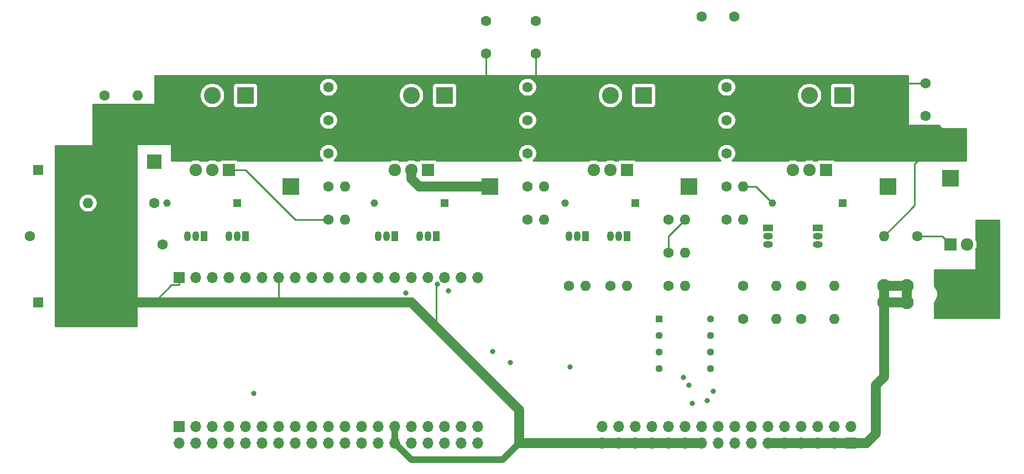
<source format=gbr>
%TF.GenerationSoftware,KiCad,Pcbnew,(5.1.9)-1*%
%TF.CreationDate,2021-11-16T17:59:31-08:00*%
%TF.ProjectId,MakeItRain,4d616b65-4974-4526-9169-6e2e6b696361,rev?*%
%TF.SameCoordinates,Original*%
%TF.FileFunction,Copper,L4,Bot*%
%TF.FilePolarity,Positive*%
%FSLAX46Y46*%
G04 Gerber Fmt 4.6, Leading zero omitted, Abs format (unit mm)*
G04 Created by KiCad (PCBNEW (5.1.9)-1) date 2021-11-16 17:59:31*
%MOMM*%
%LPD*%
G01*
G04 APERTURE LIST*
%TA.AperFunction,ComponentPad*%
%ADD10C,1.150000*%
%TD*%
%TA.AperFunction,ComponentPad*%
%ADD11R,1.150000X1.150000*%
%TD*%
%TA.AperFunction,ComponentPad*%
%ADD12C,1.600000*%
%TD*%
%TA.AperFunction,ComponentPad*%
%ADD13C,2.600000*%
%TD*%
%TA.AperFunction,ComponentPad*%
%ADD14R,2.600000X2.600000*%
%TD*%
%TA.AperFunction,ComponentPad*%
%ADD15O,1.700000X1.700000*%
%TD*%
%TA.AperFunction,ComponentPad*%
%ADD16R,1.700000X1.700000*%
%TD*%
%TA.AperFunction,ComponentPad*%
%ADD17O,1.600000X1.600000*%
%TD*%
%TA.AperFunction,ComponentPad*%
%ADD18C,2.100000*%
%TD*%
%TA.AperFunction,ComponentPad*%
%ADD19C,1.920000*%
%TD*%
%TA.AperFunction,ComponentPad*%
%ADD20R,1.920000X1.920000*%
%TD*%
%TA.AperFunction,ComponentPad*%
%ADD21R,1.050000X1.500000*%
%TD*%
%TA.AperFunction,ComponentPad*%
%ADD22O,1.050000X1.500000*%
%TD*%
%TA.AperFunction,ComponentPad*%
%ADD23R,1.500000X1.050000*%
%TD*%
%TA.AperFunction,ComponentPad*%
%ADD24O,1.500000X1.050000*%
%TD*%
%TA.AperFunction,ComponentPad*%
%ADD25C,1.130000*%
%TD*%
%TA.AperFunction,ComponentPad*%
%ADD26R,1.130000X1.130000*%
%TD*%
%TA.AperFunction,ComponentPad*%
%ADD27O,2.200000X2.200000*%
%TD*%
%TA.AperFunction,ComponentPad*%
%ADD28R,2.200000X2.200000*%
%TD*%
%TA.AperFunction,ComponentPad*%
%ADD29O,2.600000X2.600000*%
%TD*%
%TA.AperFunction,ComponentPad*%
%ADD30R,1.600000X1.600000*%
%TD*%
%TA.AperFunction,ViaPad*%
%ADD31C,0.800000*%
%TD*%
%TA.AperFunction,Conductor*%
%ADD32C,0.250000*%
%TD*%
%TA.AperFunction,Conductor*%
%ADD33C,1.524000*%
%TD*%
%TA.AperFunction,Conductor*%
%ADD34C,1.016000*%
%TD*%
%TA.AperFunction,Conductor*%
%ADD35C,0.254000*%
%TD*%
%TA.AperFunction,Conductor*%
%ADD36C,0.100000*%
%TD*%
G04 APERTURE END LIST*
D10*
%TO.P,Z8,2*%
%TO.N,Net-(Q13-Pad1)*%
X125190000Y-86360000D03*
D11*
%TO.P,Z8,1*%
%TO.N,+VDC*%
X135890000Y-86360000D03*
%TD*%
D10*
%TO.P,Z7,2*%
%TO.N,Net-(Q10-Pad1)*%
X156940000Y-86360000D03*
D11*
%TO.P,Z7,1*%
%TO.N,+VDC*%
X167640000Y-86360000D03*
%TD*%
D10*
%TO.P,Z6,2*%
%TO.N,Net-(Q7-Pad1)*%
X95980000Y-86360000D03*
D11*
%TO.P,Z6,1*%
%TO.N,+VDC*%
X106680000Y-86360000D03*
%TD*%
D10*
%TO.P,Z5,2*%
%TO.N,Net-(Q4-Pad1)*%
X64230000Y-86360000D03*
D11*
%TO.P,Z5,1*%
%TO.N,+VDC*%
X74930000Y-86360000D03*
%TD*%
D12*
%TO.P,C8,2*%
%TO.N,GND*%
X151050000Y-57785000D03*
%TO.P,C8,1*%
%TO.N,/Zone3IO/ZoneInput*%
X146050000Y-57785000D03*
%TD*%
%TO.P,C7,2*%
%TO.N,GND*%
X180340000Y-68025000D03*
%TO.P,C7,1*%
%TO.N,/Zone4IO/ZoneInput*%
X180340000Y-73025000D03*
%TD*%
%TO.P,C6,2*%
%TO.N,GND*%
X120650000Y-63420000D03*
%TO.P,C6,1*%
%TO.N,/Zone2IO/ZoneInput*%
X120650000Y-58420000D03*
%TD*%
%TO.P,C5,2*%
%TO.N,GND*%
X113030000Y-63420000D03*
%TO.P,C5,1*%
%TO.N,/Zone1IO/ZoneInput*%
X113030000Y-58420000D03*
%TD*%
D13*
%TO.P,P1,2*%
%TO.N,GND*%
X184150000Y-77470000D03*
D14*
%TO.P,P1,1*%
%TO.N,Net-(P1-Pad1)*%
X184150000Y-82550000D03*
%TD*%
D15*
%TO.P,J1,32*%
%TO.N,/D2*%
X130810000Y-120650000D03*
%TO.P,J1,31*%
%TO.N,GND*%
X130810000Y-123190000D03*
%TO.P,J1,30*%
%TO.N,/D23*%
X133350000Y-120650000D03*
%TO.P,J1,29*%
%TO.N,GND*%
X133350000Y-123190000D03*
%TO.P,J1,28*%
%TO.N,/D5*%
X135890000Y-120650000D03*
%TO.P,J1,27*%
%TO.N,GND*%
X135890000Y-123190000D03*
%TO.P,J1,26*%
%TO.N,/D15*%
X138430000Y-120650000D03*
%TO.P,J1,25*%
%TO.N,GND*%
X138430000Y-123190000D03*
%TO.P,J1,24*%
%TO.N,/D0*%
X140970000Y-120650000D03*
%TO.P,J1,23*%
%TO.N,GND*%
X140970000Y-123190000D03*
%TO.P,J1,22*%
%TO.N,/D4*%
X143510000Y-120650000D03*
%TO.P,J1,21*%
%TO.N,GND*%
X143510000Y-123190000D03*
%TO.P,J1,20*%
%TO.N,/D16*%
X146050000Y-120650000D03*
%TO.P,J1,19*%
%TO.N,GND*%
X146050000Y-123190000D03*
%TO.P,J1,18*%
%TO.N,/D18*%
X148590000Y-120650000D03*
%TO.P,J1,17*%
%TO.N,/TX*%
X148590000Y-123190000D03*
%TO.P,J1,16*%
%TO.N,/D26*%
X151130000Y-120650000D03*
%TO.P,J1,15*%
%TO.N,/RX*%
X151130000Y-123190000D03*
%TO.P,J1,14*%
%TO.N,/D19*%
X153670000Y-120650000D03*
%TO.P,J1,13*%
%TO.N,/D17*%
X153670000Y-123190000D03*
%TO.P,J1,12*%
%TO.N,/D25*%
X156210000Y-120650000D03*
%TO.P,J1,11*%
%TO.N,+VDC*%
X156210000Y-123190000D03*
%TO.P,J1,10*%
%TO.N,/D21*%
X158750000Y-120650000D03*
%TO.P,J1,9*%
%TO.N,+VDC*%
X158750000Y-123190000D03*
%TO.P,J1,8*%
%TO.N,/D33*%
X161290000Y-120650000D03*
%TO.P,J1,7*%
%TO.N,+VDC*%
X161290000Y-123190000D03*
%TO.P,J1,6*%
%TO.N,/D22*%
X163830000Y-120650000D03*
%TO.P,J1,5*%
%TO.N,+VDC*%
X163830000Y-123190000D03*
%TO.P,J1,4*%
%TO.N,/D32*%
X166370000Y-120650000D03*
%TO.P,J1,3*%
%TO.N,+VDC*%
X166370000Y-123190000D03*
%TO.P,J1,2*%
%TO.N,+3V3*%
X168910000Y-120650000D03*
D16*
%TO.P,J1,1*%
%TO.N,+VDC*%
X168910000Y-123190000D03*
%TD*%
D17*
%TO.P,R2,2*%
%TO.N,GND*%
X157480000Y-99060000D03*
D12*
%TO.P,R2,1*%
%TO.N,/D2*%
X152400000Y-99060000D03*
%TD*%
D13*
%TO.P,Z4,3*%
%TO.N,GND*%
X157480000Y-69850000D03*
%TO.P,Z4,2*%
%TO.N,/Zone4IO/ZoneOutput*%
X162560000Y-69850000D03*
D14*
%TO.P,Z4,1*%
%TO.N,/Zone4IO/ZoneInput*%
X167640000Y-69850000D03*
%TD*%
D13*
%TO.P,Z3,3*%
%TO.N,GND*%
X127000000Y-69850000D03*
%TO.P,Z3,2*%
%TO.N,/Zone3IO/ZoneOutput*%
X132080000Y-69850000D03*
D14*
%TO.P,Z3,1*%
%TO.N,/Zone3IO/ZoneInput*%
X137160000Y-69850000D03*
%TD*%
D13*
%TO.P,Z2,3*%
%TO.N,GND*%
X96520000Y-69850000D03*
%TO.P,Z2,2*%
%TO.N,/Zone2IO/ZoneOutput*%
X101600000Y-69850000D03*
D14*
%TO.P,Z2,1*%
%TO.N,/Zone2IO/ZoneInput*%
X106680000Y-69850000D03*
%TD*%
D13*
%TO.P,Z1,3*%
%TO.N,GND*%
X66040000Y-69850000D03*
%TO.P,Z1,2*%
%TO.N,/Zone1IO/ZoneOutput*%
X71120000Y-69850000D03*
D14*
%TO.P,Z1,1*%
%TO.N,/Zone1IO/ZoneInput*%
X76200000Y-69850000D03*
%TD*%
D18*
%TO.P,U1,8*%
%TO.N,+VDC*%
X173990000Y-99100000D03*
%TO.P,U1,7*%
X177490000Y-99100000D03*
%TO.P,U1,6*%
%TO.N,Net-(Q1-Pad3)*%
X183290000Y-99100000D03*
%TO.P,U1,5*%
X186790000Y-99100000D03*
%TO.P,U1,4*%
X186790000Y-101600000D03*
%TO.P,U1,3*%
X183290000Y-101600000D03*
%TO.P,U1,2*%
%TO.N,+VDC*%
X177490000Y-101600000D03*
%TO.P,U1,1*%
X173990000Y-101600000D03*
%TD*%
D17*
%TO.P,R6,2*%
%TO.N,Net-(IC2-Pad1)*%
X59690000Y-69850000D03*
D12*
%TO.P,R6,1*%
%TO.N,+VDC*%
X54610000Y-69850000D03*
%TD*%
D17*
%TO.P,R26,2*%
%TO.N,Net-(Q12-Pad3)*%
X143510000Y-93980000D03*
D12*
%TO.P,R26,1*%
%TO.N,Net-(Q13-Pad1)*%
X140970000Y-93980000D03*
%TD*%
D17*
%TO.P,R25,2*%
%TO.N,Net-(Q13-Pad1)*%
X143510000Y-88900000D03*
D12*
%TO.P,R25,1*%
%TO.N,+VDC*%
X140970000Y-88900000D03*
%TD*%
D17*
%TO.P,R24,2*%
%TO.N,GND*%
X128270000Y-99060000D03*
D12*
%TO.P,R24,1*%
%TO.N,/D12*%
X125730000Y-99060000D03*
%TD*%
D17*
%TO.P,R21,2*%
%TO.N,Net-(Q9-Pad3)*%
X152400000Y-88900000D03*
D12*
%TO.P,R21,1*%
%TO.N,Net-(Q10-Pad1)*%
X149860000Y-88900000D03*
%TD*%
D17*
%TO.P,R5,2*%
%TO.N,GND*%
X157480000Y-104140000D03*
D12*
%TO.P,R5,1*%
%TO.N,/D4*%
X152400000Y-104140000D03*
%TD*%
D17*
%TO.P,R4,2*%
%TO.N,GND*%
X166370000Y-104140000D03*
D12*
%TO.P,R4,1*%
%TO.N,Net-(IC1-Pad3)*%
X161290000Y-104140000D03*
%TD*%
D17*
%TO.P,R3,2*%
%TO.N,Net-(IC1-Pad3)*%
X166370000Y-99060000D03*
D12*
%TO.P,R3,1*%
%TO.N,+VDC*%
X161290000Y-99060000D03*
%TD*%
D17*
%TO.P,R20,2*%
%TO.N,Net-(Q10-Pad1)*%
X152400000Y-83820000D03*
D12*
%TO.P,R20,1*%
%TO.N,+VDC*%
X149860000Y-83820000D03*
%TD*%
D17*
%TO.P,R19,2*%
%TO.N,GND*%
X152400000Y-78740000D03*
D12*
%TO.P,R19,1*%
%TO.N,/P23*%
X149860000Y-78740000D03*
%TD*%
D17*
%TO.P,R16,2*%
%TO.N,Net-(Q6-Pad3)*%
X121920000Y-88900000D03*
D12*
%TO.P,R16,1*%
%TO.N,Net-(Q7-Pad1)*%
X119380000Y-88900000D03*
%TD*%
D17*
%TO.P,R15,2*%
%TO.N,Net-(Q7-Pad1)*%
X121920000Y-83820000D03*
D12*
%TO.P,R15,1*%
%TO.N,+VDC*%
X119380000Y-83820000D03*
%TD*%
D17*
%TO.P,R18,2*%
%TO.N,GND*%
X152400000Y-73660000D03*
D12*
%TO.P,R18,1*%
%TO.N,/D35*%
X149860000Y-73660000D03*
%TD*%
D17*
%TO.P,R14,2*%
%TO.N,GND*%
X121920000Y-78740000D03*
D12*
%TO.P,R14,1*%
%TO.N,/D14*%
X119380000Y-78740000D03*
%TD*%
D17*
%TO.P,R17,2*%
%TO.N,GND*%
X152400000Y-68580000D03*
D12*
%TO.P,R17,1*%
%TO.N,/Zone4IO/ZoneInput*%
X149860000Y-68580000D03*
%TD*%
D17*
%TO.P,R23,2*%
%TO.N,GND*%
X134620000Y-99060000D03*
D12*
%TO.P,R23,1*%
%TO.N,/D34*%
X132080000Y-99060000D03*
%TD*%
D17*
%TO.P,R11,2*%
%TO.N,Net-(Q3-Pad3)*%
X91440000Y-88900000D03*
D12*
%TO.P,R11,1*%
%TO.N,Net-(Q4-Pad1)*%
X88900000Y-88900000D03*
%TD*%
D17*
%TO.P,R22,2*%
%TO.N,GND*%
X143510000Y-99060000D03*
D12*
%TO.P,R22,1*%
%TO.N,/Zone3IO/ZoneInput*%
X140970000Y-99060000D03*
%TD*%
D17*
%TO.P,R13,2*%
%TO.N,GND*%
X121920000Y-73660000D03*
D12*
%TO.P,R13,1*%
%TO.N,/SVN*%
X119380000Y-73660000D03*
%TD*%
D17*
%TO.P,R10,2*%
%TO.N,Net-(Q4-Pad1)*%
X91440000Y-83820000D03*
D12*
%TO.P,R10,1*%
%TO.N,+VDC*%
X88900000Y-83820000D03*
%TD*%
D17*
%TO.P,R12,2*%
%TO.N,GND*%
X121920000Y-68580000D03*
D12*
%TO.P,R12,1*%
%TO.N,/Zone2IO/ZoneInput*%
X119380000Y-68580000D03*
%TD*%
D17*
%TO.P,R8,2*%
%TO.N,GND*%
X91440000Y-73660000D03*
D12*
%TO.P,R8,1*%
%TO.N,/SVP*%
X88900000Y-73660000D03*
%TD*%
D17*
%TO.P,R9,2*%
%TO.N,GND*%
X91440000Y-78740000D03*
D12*
%TO.P,R9,1*%
%TO.N,/D27*%
X88900000Y-78740000D03*
%TD*%
D17*
%TO.P,R7,2*%
%TO.N,GND*%
X91440000Y-68580000D03*
D12*
%TO.P,R7,1*%
%TO.N,/Zone1IO/ZoneInput*%
X88900000Y-68580000D03*
%TD*%
D17*
%TO.P,R1,2*%
%TO.N,GND*%
X173990000Y-91440000D03*
D12*
%TO.P,R1,1*%
%TO.N,Net-(Q1-Pad1)*%
X179070000Y-91440000D03*
%TD*%
D19*
%TO.P,Q13,3*%
%TO.N,+VDC*%
X129540000Y-81280000D03*
%TO.P,Q13,2*%
%TO.N,/Zone3IO/ZoneOutput*%
X132080000Y-81280000D03*
D20*
%TO.P,Q13,1*%
%TO.N,Net-(Q13-Pad1)*%
X134620000Y-81280000D03*
%TD*%
D21*
%TO.P,Q12,1*%
%TO.N,GND*%
X128270000Y-91440000D03*
D22*
%TO.P,Q12,3*%
%TO.N,Net-(Q12-Pad3)*%
X125730000Y-91440000D03*
%TO.P,Q12,2*%
%TO.N,/D12*%
X127000000Y-91440000D03*
%TD*%
D19*
%TO.P,Q10,3*%
%TO.N,+VDC*%
X160020000Y-81280000D03*
%TO.P,Q10,2*%
%TO.N,/Zone4IO/ZoneOutput*%
X162560000Y-81280000D03*
D20*
%TO.P,Q10,1*%
%TO.N,Net-(Q10-Pad1)*%
X165100000Y-81280000D03*
%TD*%
D23*
%TO.P,Q9,1*%
%TO.N,GND*%
X156210000Y-90170000D03*
D24*
%TO.P,Q9,3*%
%TO.N,Net-(Q9-Pad3)*%
X156210000Y-92710000D03*
%TO.P,Q9,2*%
%TO.N,/P23*%
X156210000Y-91440000D03*
%TD*%
D23*
%TO.P,Q8,1*%
%TO.N,/D35*%
X163830000Y-90170000D03*
D24*
%TO.P,Q8,3*%
%TO.N,+3V3*%
X163830000Y-92710000D03*
%TO.P,Q8,2*%
%TO.N,/Zone4IO/ZoneInput*%
X163830000Y-91440000D03*
%TD*%
D19*
%TO.P,Q7,3*%
%TO.N,+VDC*%
X99060000Y-81280000D03*
%TO.P,Q7,2*%
%TO.N,/Zone2IO/ZoneOutput*%
X101600000Y-81280000D03*
D20*
%TO.P,Q7,1*%
%TO.N,Net-(Q7-Pad1)*%
X104140000Y-81280000D03*
%TD*%
D21*
%TO.P,Q11,1*%
%TO.N,/D34*%
X134620000Y-91440000D03*
D22*
%TO.P,Q11,3*%
%TO.N,+3V3*%
X132080000Y-91440000D03*
%TO.P,Q11,2*%
%TO.N,/Zone3IO/ZoneInput*%
X133350000Y-91440000D03*
%TD*%
D21*
%TO.P,Q6,1*%
%TO.N,GND*%
X105410000Y-91440000D03*
D22*
%TO.P,Q6,3*%
%TO.N,Net-(Q6-Pad3)*%
X102870000Y-91440000D03*
%TO.P,Q6,2*%
%TO.N,/D14*%
X104140000Y-91440000D03*
%TD*%
D21*
%TO.P,Q5,1*%
%TO.N,/SVN*%
X99060000Y-91440000D03*
D22*
%TO.P,Q5,3*%
%TO.N,+3V3*%
X96520000Y-91440000D03*
%TO.P,Q5,2*%
%TO.N,/Zone2IO/ZoneInput*%
X97790000Y-91440000D03*
%TD*%
D19*
%TO.P,Q4,3*%
%TO.N,+VDC*%
X68580000Y-81280000D03*
%TO.P,Q4,2*%
%TO.N,/Zone1IO/ZoneOutput*%
X71120000Y-81280000D03*
D20*
%TO.P,Q4,1*%
%TO.N,Net-(Q4-Pad1)*%
X73660000Y-81280000D03*
%TD*%
D21*
%TO.P,Q2,1*%
%TO.N,/SVP*%
X69850000Y-91440000D03*
D22*
%TO.P,Q2,3*%
%TO.N,+3V3*%
X67310000Y-91440000D03*
%TO.P,Q2,2*%
%TO.N,/Zone1IO/ZoneInput*%
X68580000Y-91440000D03*
%TD*%
D21*
%TO.P,Q3,1*%
%TO.N,GND*%
X76200000Y-91440000D03*
D22*
%TO.P,Q3,3*%
%TO.N,Net-(Q3-Pad3)*%
X73660000Y-91440000D03*
%TO.P,Q3,2*%
%TO.N,/D27*%
X74930000Y-91440000D03*
%TD*%
D19*
%TO.P,Q1,3*%
%TO.N,Net-(Q1-Pad3)*%
X189230000Y-92710000D03*
%TO.P,Q1,2*%
%TO.N,Net-(P1-Pad1)*%
X186690000Y-92710000D03*
D20*
%TO.P,Q1,1*%
%TO.N,Net-(Q1-Pad1)*%
X184150000Y-92710000D03*
%TD*%
D17*
%TO.P,L1,2*%
%TO.N,+5V*%
X52070000Y-86360000D03*
D12*
%TO.P,L1,1*%
%TO.N,Net-(D1-Pad1)*%
X62230000Y-86360000D03*
%TD*%
D15*
%TO.P,J3,19*%
%TO.N,N/C*%
X111760000Y-97790000D03*
%TO.P,J3,18*%
X109220000Y-97790000D03*
%TO.P,J3,17*%
X106680000Y-97790000D03*
%TO.P,J3,16*%
%TO.N,/D15*%
X104140000Y-97790000D03*
%TO.P,J3,15*%
%TO.N,/D2*%
X101600000Y-97790000D03*
%TO.P,J3,14*%
%TO.N,/D0*%
X99060000Y-97790000D03*
%TO.P,J3,13*%
%TO.N,/D4*%
X96520000Y-97790000D03*
%TO.P,J3,12*%
%TO.N,/D16*%
X93980000Y-97790000D03*
%TO.P,J3,11*%
%TO.N,/D17*%
X91440000Y-97790000D03*
%TO.P,J3,10*%
%TO.N,/D5*%
X88900000Y-97790000D03*
%TO.P,J3,9*%
%TO.N,/D18*%
X86360000Y-97790000D03*
%TO.P,J3,8*%
%TO.N,/D19*%
X83820000Y-97790000D03*
%TO.P,J3,7*%
%TO.N,GND*%
X81280000Y-97790000D03*
%TO.P,J3,6*%
%TO.N,/D21*%
X78740000Y-97790000D03*
%TO.P,J3,5*%
%TO.N,/RX*%
X76200000Y-97790000D03*
%TO.P,J3,4*%
%TO.N,/TX*%
X73660000Y-97790000D03*
%TO.P,J3,3*%
%TO.N,/D22*%
X71120000Y-97790000D03*
%TO.P,J3,2*%
%TO.N,/D23*%
X68580000Y-97790000D03*
D16*
%TO.P,J3,1*%
%TO.N,GND*%
X66040000Y-97790000D03*
%TD*%
D15*
%TO.P,J2,38*%
%TO.N,+5V*%
X111760000Y-123190000D03*
%TO.P,J2,37*%
X111760000Y-120650000D03*
%TO.P,J2,36*%
%TO.N,N/C*%
X109220000Y-123190000D03*
%TO.P,J2,35*%
X109220000Y-120650000D03*
%TO.P,J2,34*%
%TO.N,/SD3*%
X106680000Y-123190000D03*
%TO.P,J2,33*%
X106680000Y-120650000D03*
%TO.P,J2,32*%
%TO.N,/SD2*%
X104140000Y-123190000D03*
%TO.P,J2,31*%
X104140000Y-120650000D03*
%TO.P,J2,30*%
%TO.N,/D13*%
X101600000Y-123190000D03*
%TO.P,J2,29*%
X101600000Y-120650000D03*
%TO.P,J2,28*%
%TO.N,GND*%
X99060000Y-123190000D03*
%TO.P,J2,27*%
X99060000Y-120650000D03*
%TO.P,J2,26*%
%TO.N,/D12*%
X96520000Y-123190000D03*
%TO.P,J2,25*%
X96520000Y-120650000D03*
%TO.P,J2,24*%
%TO.N,/D14*%
X93980000Y-123190000D03*
%TO.P,J2,23*%
X93980000Y-120650000D03*
%TO.P,J2,22*%
%TO.N,/D27*%
X91440000Y-123190000D03*
%TO.P,J2,21*%
X91440000Y-120650000D03*
%TO.P,J2,20*%
%TO.N,/D26*%
X88900000Y-123190000D03*
%TO.P,J2,19*%
X88900000Y-120650000D03*
%TO.P,J2,18*%
%TO.N,/D25*%
X86360000Y-123190000D03*
%TO.P,J2,17*%
X86360000Y-120650000D03*
%TO.P,J2,16*%
%TO.N,/D33*%
X83820000Y-123190000D03*
%TO.P,J2,15*%
X83820000Y-120650000D03*
%TO.P,J2,14*%
%TO.N,/D32*%
X81280000Y-123190000D03*
%TO.P,J2,13*%
X81280000Y-120650000D03*
%TO.P,J2,12*%
%TO.N,/D35*%
X78740000Y-123190000D03*
%TO.P,J2,11*%
X78740000Y-120650000D03*
%TO.P,J2,10*%
%TO.N,/D34*%
X76200000Y-123190000D03*
%TO.P,J2,9*%
X76200000Y-120650000D03*
%TO.P,J2,8*%
%TO.N,/SVN*%
X73660000Y-123190000D03*
%TO.P,J2,7*%
X73660000Y-120650000D03*
%TO.P,J2,6*%
%TO.N,/SVP*%
X71120000Y-123190000D03*
%TO.P,J2,5*%
X71120000Y-120650000D03*
%TO.P,J2,4*%
%TO.N,/EN*%
X68580000Y-123190000D03*
%TO.P,J2,3*%
X68580000Y-120650000D03*
%TO.P,J2,2*%
%TO.N,+3V3*%
X66040000Y-123190000D03*
D16*
%TO.P,J2,1*%
X66040000Y-120650000D03*
%TD*%
D25*
%TO.P,IC1,8*%
%TO.N,+3V3*%
X147480000Y-104140000D03*
%TO.P,IC1,7*%
%TO.N,N/C*%
X147480000Y-106680000D03*
%TO.P,IC1,6*%
X147480000Y-109220000D03*
%TO.P,IC1,5*%
X147480000Y-111760000D03*
%TO.P,IC1,4*%
%TO.N,GND*%
X139540000Y-111760000D03*
%TO.P,IC1,3*%
%TO.N,Net-(IC1-Pad3)*%
X139540000Y-109220000D03*
%TO.P,IC1,2*%
%TO.N,/D4*%
X139540000Y-106680000D03*
D26*
%TO.P,IC1,1*%
X139540000Y-104140000D03*
%TD*%
D27*
%TO.P,D1,2*%
%TO.N,GND*%
X52070000Y-80010000D03*
D28*
%TO.P,D1,1*%
%TO.N,Net-(D1-Pad1)*%
X62230000Y-80010000D03*
%TD*%
D29*
%TO.P,D9,2*%
%TO.N,GND*%
X144145000Y-68580000D03*
D14*
%TO.P,D9,1*%
%TO.N,/Zone3IO/ZoneOutput*%
X144145000Y-83820000D03*
%TD*%
D29*
%TO.P,D7,2*%
%TO.N,GND*%
X174625000Y-68580000D03*
D14*
%TO.P,D7,1*%
%TO.N,/Zone4IO/ZoneOutput*%
X174625000Y-83820000D03*
%TD*%
D29*
%TO.P,D5,2*%
%TO.N,GND*%
X113665000Y-68580000D03*
D14*
%TO.P,D5,1*%
%TO.N,/Zone2IO/ZoneOutput*%
X113665000Y-83820000D03*
%TD*%
D29*
%TO.P,D3,2*%
%TO.N,GND*%
X83185000Y-68580000D03*
D14*
%TO.P,D3,1*%
%TO.N,/Zone1IO/ZoneOutput*%
X83185000Y-83820000D03*
%TD*%
D12*
%TO.P,C4,2*%
%TO.N,GND*%
X47950000Y-101600000D03*
D30*
%TO.P,C4,1*%
%TO.N,+5V*%
X44450000Y-101600000D03*
%TD*%
D12*
%TO.P,C3,2*%
%TO.N,GND*%
X47950000Y-81280000D03*
D30*
%TO.P,C3,1*%
%TO.N,+VDC*%
X44450000Y-81280000D03*
%TD*%
D12*
%TO.P,C2,2*%
%TO.N,GND*%
X58500000Y-92710000D03*
%TO.P,C2,1*%
%TO.N,Net-(C2-Pad1)*%
X63500000Y-92710000D03*
%TD*%
%TO.P,C1,2*%
%TO.N,GND*%
X48180000Y-91440000D03*
%TO.P,C1,1*%
%TO.N,Net-(C1-Pad1)*%
X43180000Y-91440000D03*
%TD*%
D31*
%TO.N,GND*%
X105611900Y-98815200D03*
%TO.N,/D12*%
X114087400Y-109174400D03*
%TO.N,/D27*%
X77506800Y-115576300D03*
%TO.N,/D34*%
X100796500Y-100205700D03*
%TO.N,/RX*%
X146898100Y-116686200D03*
%TO.N,/TX*%
X144618200Y-117131900D03*
%TO.N,/D18*%
X144149500Y-114297400D03*
%TO.N,/D19*%
X147867800Y-115280800D03*
%TO.N,/D0*%
X107348100Y-99852900D03*
%TO.N,/D16*%
X143263800Y-113182100D03*
%TO.N,/D17*%
X116787600Y-110829800D03*
%TO.N,/D5*%
X125934900Y-111555100D03*
%TD*%
D32*
%TO.N,GND*%
X66040000Y-97790000D02*
X66040000Y-98965300D01*
X62230000Y-101600000D02*
X64864700Y-98965300D01*
X64864700Y-98965300D02*
X66040000Y-98965300D01*
D33*
X62230000Y-101600000D02*
X47950000Y-101600000D01*
X81280000Y-101600000D02*
X62230000Y-101600000D01*
D32*
X105410000Y-105410000D02*
X105410000Y-99017100D01*
X105410000Y-99017100D02*
X105611900Y-98815200D01*
D33*
X105410000Y-105410000D02*
X101600000Y-101600000D01*
X101600000Y-101600000D02*
X81280000Y-101600000D01*
X118110000Y-123190000D02*
X118110000Y-118110000D01*
X118110000Y-118110000D02*
X105410000Y-105410000D01*
D32*
X152400000Y-76395600D02*
X152400000Y-78740000D01*
X121920000Y-76906400D02*
X121920000Y-78740000D01*
X91440000Y-78740000D02*
X91440000Y-77614700D01*
X81280000Y-101600000D02*
X81280000Y-97790000D01*
D33*
X130810000Y-123190000D02*
X133350000Y-123190000D01*
X118110000Y-123190000D02*
X130810000Y-123190000D01*
X133350000Y-123190000D02*
X135890000Y-123190000D01*
X135890000Y-123190000D02*
X138430000Y-123190000D01*
X138430000Y-123190000D02*
X140970000Y-123190000D01*
X140970000Y-123190000D02*
X143510000Y-123190000D01*
D34*
X118110000Y-123190000D02*
X115570000Y-125730000D01*
X115570000Y-125730000D02*
X109220000Y-125730000D01*
D33*
X143510000Y-123190000D02*
X146050000Y-123190000D01*
D34*
X99060000Y-123190000D02*
X101600000Y-125730000D01*
X101600000Y-125730000D02*
X109220000Y-125730000D01*
X99060000Y-123190000D02*
X99060000Y-120650000D01*
D32*
X181610000Y-77470000D02*
X184150000Y-77470000D01*
X178694800Y-80385200D02*
X181610000Y-77470000D01*
X178694800Y-86735200D02*
X178694800Y-80385200D01*
X173990000Y-91440000D02*
X178694800Y-86735200D01*
X113030000Y-67945000D02*
X113665000Y-68580000D01*
X113030000Y-63420000D02*
X113030000Y-67945000D01*
X120650000Y-67310000D02*
X121920000Y-68580000D01*
X120650000Y-63420000D02*
X120650000Y-67310000D01*
X175180000Y-68025000D02*
X174625000Y-68580000D01*
X180340000Y-68025000D02*
X175180000Y-68025000D01*
D33*
%TO.N,+VDC*%
X158750000Y-123190000D02*
X161290000Y-123190000D01*
X156210000Y-123190000D02*
X158750000Y-123190000D01*
X161290000Y-123190000D02*
X163830000Y-123190000D01*
X163830000Y-123190000D02*
X166370000Y-123190000D01*
X177490000Y-101600000D02*
X173990000Y-101600000D01*
X177490000Y-99100000D02*
X177490000Y-101600000D01*
X166370000Y-123190000D02*
X168910000Y-123190000D01*
X168910000Y-123190000D02*
X169052000Y-123190000D01*
X173990000Y-99100000D02*
X177490000Y-99100000D01*
X173990000Y-101600000D02*
X173990000Y-99100000D01*
X171284000Y-123190000D02*
X172720000Y-121754000D01*
X168910000Y-123190000D02*
X171284000Y-123190000D01*
X172720000Y-121754000D02*
X172720000Y-114300000D01*
X172720000Y-114300000D02*
X173990000Y-113030000D01*
X173990000Y-113030000D02*
X173990000Y-101600000D01*
%TO.N,/Zone2IO/ZoneOutput*%
X102782355Y-83820000D02*
X113665000Y-83820000D01*
X101600000Y-82637645D02*
X102782355Y-83820000D01*
X101600000Y-81280000D02*
X101600000Y-82637645D01*
D32*
%TO.N,Net-(Q1-Pad1)*%
X182880000Y-91440000D02*
X184150000Y-92710000D01*
X179070000Y-91440000D02*
X182880000Y-91440000D01*
%TO.N,Net-(Q4-Pad1)*%
X73660000Y-81280000D02*
X76200000Y-81280000D01*
X76200000Y-81280000D02*
X83820000Y-88900000D01*
X83820000Y-88900000D02*
X88900000Y-88900000D01*
%TO.N,Net-(Q10-Pad1)*%
X154400000Y-83820000D02*
X156940000Y-86360000D01*
X152400000Y-83820000D02*
X154400000Y-83820000D01*
%TO.N,Net-(Q13-Pad1)*%
X140970000Y-91440000D02*
X143510000Y-88900000D01*
X140970000Y-93980000D02*
X140970000Y-91440000D01*
%TD*%
D35*
%TO.N,GND*%
X177673000Y-74295000D02*
X177675440Y-74319776D01*
X177682667Y-74343601D01*
X177694403Y-74365557D01*
X177710197Y-74384803D01*
X177729443Y-74400597D01*
X177751399Y-74412333D01*
X177775224Y-74419560D01*
X177800000Y-74422000D01*
X180007629Y-74422000D01*
X180198665Y-74460000D01*
X180481335Y-74460000D01*
X180672371Y-74422000D01*
X182458195Y-74422000D01*
X182458912Y-74429283D01*
X182498081Y-74558406D01*
X182561688Y-74677407D01*
X182647289Y-74781711D01*
X182751593Y-74867312D01*
X182870594Y-74930919D01*
X182999717Y-74970088D01*
X183134000Y-74983314D01*
X183167647Y-74980000D01*
X186563000Y-74980000D01*
X186563000Y-79883000D01*
X166522826Y-79883000D01*
X166511185Y-79868815D01*
X166414494Y-79789463D01*
X166304180Y-79730498D01*
X166184482Y-79694188D01*
X166060000Y-79681928D01*
X164140000Y-79681928D01*
X164015518Y-79694188D01*
X163895820Y-79730498D01*
X163785506Y-79789463D01*
X163688815Y-79868815D01*
X163677174Y-79883000D01*
X163340167Y-79883000D01*
X163315516Y-79866529D01*
X163025244Y-79746294D01*
X162717094Y-79685000D01*
X162402906Y-79685000D01*
X162094756Y-79746294D01*
X161804484Y-79866529D01*
X161779833Y-79883000D01*
X160800167Y-79883000D01*
X160775516Y-79866529D01*
X160485244Y-79746294D01*
X160177094Y-79685000D01*
X159862906Y-79685000D01*
X159554756Y-79746294D01*
X159264484Y-79866529D01*
X159239833Y-79883000D01*
X150732311Y-79883000D01*
X150774759Y-79854637D01*
X150974637Y-79654759D01*
X151131680Y-79419727D01*
X151239853Y-79158574D01*
X151295000Y-78881335D01*
X151295000Y-78598665D01*
X151239853Y-78321426D01*
X151131680Y-78060273D01*
X150974637Y-77825241D01*
X150774759Y-77625363D01*
X150539727Y-77468320D01*
X150278574Y-77360147D01*
X150001335Y-77305000D01*
X149718665Y-77305000D01*
X149441426Y-77360147D01*
X149180273Y-77468320D01*
X148945241Y-77625363D01*
X148745363Y-77825241D01*
X148588320Y-78060273D01*
X148480147Y-78321426D01*
X148425000Y-78598665D01*
X148425000Y-78881335D01*
X148480147Y-79158574D01*
X148588320Y-79419727D01*
X148745363Y-79654759D01*
X148945241Y-79854637D01*
X148987689Y-79883000D01*
X136042826Y-79883000D01*
X136031185Y-79868815D01*
X135934494Y-79789463D01*
X135824180Y-79730498D01*
X135704482Y-79694188D01*
X135580000Y-79681928D01*
X133660000Y-79681928D01*
X133535518Y-79694188D01*
X133415820Y-79730498D01*
X133305506Y-79789463D01*
X133208815Y-79868815D01*
X133197174Y-79883000D01*
X132860167Y-79883000D01*
X132835516Y-79866529D01*
X132545244Y-79746294D01*
X132237094Y-79685000D01*
X131922906Y-79685000D01*
X131614756Y-79746294D01*
X131324484Y-79866529D01*
X131299833Y-79883000D01*
X130320167Y-79883000D01*
X130295516Y-79866529D01*
X130005244Y-79746294D01*
X129697094Y-79685000D01*
X129382906Y-79685000D01*
X129074756Y-79746294D01*
X128784484Y-79866529D01*
X128759833Y-79883000D01*
X120252311Y-79883000D01*
X120294759Y-79854637D01*
X120494637Y-79654759D01*
X120651680Y-79419727D01*
X120759853Y-79158574D01*
X120815000Y-78881335D01*
X120815000Y-78598665D01*
X120759853Y-78321426D01*
X120651680Y-78060273D01*
X120494637Y-77825241D01*
X120294759Y-77625363D01*
X120059727Y-77468320D01*
X119798574Y-77360147D01*
X119521335Y-77305000D01*
X119238665Y-77305000D01*
X118961426Y-77360147D01*
X118700273Y-77468320D01*
X118465241Y-77625363D01*
X118265363Y-77825241D01*
X118108320Y-78060273D01*
X118000147Y-78321426D01*
X117945000Y-78598665D01*
X117945000Y-78881335D01*
X118000147Y-79158574D01*
X118108320Y-79419727D01*
X118265363Y-79654759D01*
X118465241Y-79854637D01*
X118507689Y-79883000D01*
X105562826Y-79883000D01*
X105551185Y-79868815D01*
X105454494Y-79789463D01*
X105344180Y-79730498D01*
X105224482Y-79694188D01*
X105100000Y-79681928D01*
X103180000Y-79681928D01*
X103055518Y-79694188D01*
X102935820Y-79730498D01*
X102825506Y-79789463D01*
X102728815Y-79868815D01*
X102717174Y-79883000D01*
X102380167Y-79883000D01*
X102355516Y-79866529D01*
X102065244Y-79746294D01*
X101757094Y-79685000D01*
X101442906Y-79685000D01*
X101134756Y-79746294D01*
X100844484Y-79866529D01*
X100819833Y-79883000D01*
X99840167Y-79883000D01*
X99815516Y-79866529D01*
X99525244Y-79746294D01*
X99217094Y-79685000D01*
X98902906Y-79685000D01*
X98594756Y-79746294D01*
X98304484Y-79866529D01*
X98279833Y-79883000D01*
X89772311Y-79883000D01*
X89814759Y-79854637D01*
X90014637Y-79654759D01*
X90171680Y-79419727D01*
X90279853Y-79158574D01*
X90335000Y-78881335D01*
X90335000Y-78598665D01*
X90279853Y-78321426D01*
X90171680Y-78060273D01*
X90014637Y-77825241D01*
X89814759Y-77625363D01*
X89579727Y-77468320D01*
X89318574Y-77360147D01*
X89041335Y-77305000D01*
X88758665Y-77305000D01*
X88481426Y-77360147D01*
X88220273Y-77468320D01*
X87985241Y-77625363D01*
X87785363Y-77825241D01*
X87628320Y-78060273D01*
X87520147Y-78321426D01*
X87465000Y-78598665D01*
X87465000Y-78881335D01*
X87520147Y-79158574D01*
X87628320Y-79419727D01*
X87785363Y-79654759D01*
X87985241Y-79854637D01*
X88027689Y-79883000D01*
X75082826Y-79883000D01*
X75071185Y-79868815D01*
X74974494Y-79789463D01*
X74864180Y-79730498D01*
X74744482Y-79694188D01*
X74620000Y-79681928D01*
X72700000Y-79681928D01*
X72575518Y-79694188D01*
X72455820Y-79730498D01*
X72345506Y-79789463D01*
X72248815Y-79868815D01*
X72237174Y-79883000D01*
X71900167Y-79883000D01*
X71875516Y-79866529D01*
X71585244Y-79746294D01*
X71277094Y-79685000D01*
X70962906Y-79685000D01*
X70654756Y-79746294D01*
X70364484Y-79866529D01*
X70339833Y-79883000D01*
X69360167Y-79883000D01*
X69335516Y-79866529D01*
X69045244Y-79746294D01*
X68737094Y-79685000D01*
X68422906Y-79685000D01*
X68114756Y-79746294D01*
X67824484Y-79866529D01*
X67799833Y-79883000D01*
X64897000Y-79883000D01*
X64897000Y-77470000D01*
X64894560Y-77445224D01*
X64887333Y-77421399D01*
X64875597Y-77399443D01*
X64859803Y-77380197D01*
X64840557Y-77364403D01*
X64818601Y-77352667D01*
X64794776Y-77345440D01*
X64770000Y-77343000D01*
X59690000Y-77343000D01*
X59665224Y-77345440D01*
X59641399Y-77352667D01*
X59619443Y-77364403D01*
X59600197Y-77380197D01*
X59584403Y-77399443D01*
X59572667Y-77421399D01*
X59565440Y-77445224D01*
X59563000Y-77470000D01*
X59563000Y-105283000D01*
X47117000Y-105283000D01*
X47117000Y-86218665D01*
X50635000Y-86218665D01*
X50635000Y-86501335D01*
X50690147Y-86778574D01*
X50798320Y-87039727D01*
X50955363Y-87274759D01*
X51155241Y-87474637D01*
X51390273Y-87631680D01*
X51651426Y-87739853D01*
X51928665Y-87795000D01*
X52211335Y-87795000D01*
X52488574Y-87739853D01*
X52749727Y-87631680D01*
X52984759Y-87474637D01*
X53184637Y-87274759D01*
X53341680Y-87039727D01*
X53449853Y-86778574D01*
X53505000Y-86501335D01*
X53505000Y-86218665D01*
X53449853Y-85941426D01*
X53341680Y-85680273D01*
X53184637Y-85445241D01*
X52984759Y-85245363D01*
X52749727Y-85088320D01*
X52488574Y-84980147D01*
X52211335Y-84925000D01*
X51928665Y-84925000D01*
X51651426Y-84980147D01*
X51390273Y-85088320D01*
X51155241Y-85245363D01*
X50955363Y-85445241D01*
X50798320Y-85680273D01*
X50690147Y-85941426D01*
X50635000Y-86218665D01*
X47117000Y-86218665D01*
X47117000Y-77597000D01*
X52705000Y-77597000D01*
X52729776Y-77594560D01*
X52753601Y-77587333D01*
X52775557Y-77575597D01*
X52794803Y-77559803D01*
X52810597Y-77540557D01*
X52822333Y-77518601D01*
X52829560Y-77494776D01*
X52832000Y-77470000D01*
X52832000Y-73518665D01*
X87465000Y-73518665D01*
X87465000Y-73801335D01*
X87520147Y-74078574D01*
X87628320Y-74339727D01*
X87785363Y-74574759D01*
X87985241Y-74774637D01*
X88220273Y-74931680D01*
X88481426Y-75039853D01*
X88758665Y-75095000D01*
X89041335Y-75095000D01*
X89318574Y-75039853D01*
X89579727Y-74931680D01*
X89814759Y-74774637D01*
X90014637Y-74574759D01*
X90171680Y-74339727D01*
X90279853Y-74078574D01*
X90335000Y-73801335D01*
X90335000Y-73518665D01*
X117945000Y-73518665D01*
X117945000Y-73801335D01*
X118000147Y-74078574D01*
X118108320Y-74339727D01*
X118265363Y-74574759D01*
X118465241Y-74774637D01*
X118700273Y-74931680D01*
X118961426Y-75039853D01*
X119238665Y-75095000D01*
X119521335Y-75095000D01*
X119798574Y-75039853D01*
X120059727Y-74931680D01*
X120294759Y-74774637D01*
X120494637Y-74574759D01*
X120651680Y-74339727D01*
X120759853Y-74078574D01*
X120815000Y-73801335D01*
X120815000Y-73518665D01*
X148425000Y-73518665D01*
X148425000Y-73801335D01*
X148480147Y-74078574D01*
X148588320Y-74339727D01*
X148745363Y-74574759D01*
X148945241Y-74774637D01*
X149180273Y-74931680D01*
X149441426Y-75039853D01*
X149718665Y-75095000D01*
X150001335Y-75095000D01*
X150278574Y-75039853D01*
X150539727Y-74931680D01*
X150774759Y-74774637D01*
X150974637Y-74574759D01*
X151131680Y-74339727D01*
X151239853Y-74078574D01*
X151295000Y-73801335D01*
X151295000Y-73518665D01*
X151239853Y-73241426D01*
X151131680Y-72980273D01*
X150974637Y-72745241D01*
X150774759Y-72545363D01*
X150539727Y-72388320D01*
X150278574Y-72280147D01*
X150001335Y-72225000D01*
X149718665Y-72225000D01*
X149441426Y-72280147D01*
X149180273Y-72388320D01*
X148945241Y-72545363D01*
X148745363Y-72745241D01*
X148588320Y-72980273D01*
X148480147Y-73241426D01*
X148425000Y-73518665D01*
X120815000Y-73518665D01*
X120759853Y-73241426D01*
X120651680Y-72980273D01*
X120494637Y-72745241D01*
X120294759Y-72545363D01*
X120059727Y-72388320D01*
X119798574Y-72280147D01*
X119521335Y-72225000D01*
X119238665Y-72225000D01*
X118961426Y-72280147D01*
X118700273Y-72388320D01*
X118465241Y-72545363D01*
X118265363Y-72745241D01*
X118108320Y-72980273D01*
X118000147Y-73241426D01*
X117945000Y-73518665D01*
X90335000Y-73518665D01*
X90279853Y-73241426D01*
X90171680Y-72980273D01*
X90014637Y-72745241D01*
X89814759Y-72545363D01*
X89579727Y-72388320D01*
X89318574Y-72280147D01*
X89041335Y-72225000D01*
X88758665Y-72225000D01*
X88481426Y-72280147D01*
X88220273Y-72388320D01*
X87985241Y-72545363D01*
X87785363Y-72745241D01*
X87628320Y-72980273D01*
X87520147Y-73241426D01*
X87465000Y-73518665D01*
X52832000Y-73518665D01*
X52832000Y-71247000D01*
X54277629Y-71247000D01*
X54468665Y-71285000D01*
X54751335Y-71285000D01*
X54942371Y-71247000D01*
X59357629Y-71247000D01*
X59548665Y-71285000D01*
X59831335Y-71285000D01*
X60022371Y-71247000D01*
X62230000Y-71247000D01*
X62254776Y-71244560D01*
X62278601Y-71237333D01*
X62300557Y-71225597D01*
X62319803Y-71209803D01*
X62335597Y-71190557D01*
X62347333Y-71168601D01*
X62354560Y-71144776D01*
X62357000Y-71120000D01*
X62357000Y-69659419D01*
X69185000Y-69659419D01*
X69185000Y-70040581D01*
X69259361Y-70414419D01*
X69405225Y-70766566D01*
X69616987Y-71083491D01*
X69886509Y-71353013D01*
X70203434Y-71564775D01*
X70555581Y-71710639D01*
X70929419Y-71785000D01*
X71310581Y-71785000D01*
X71684419Y-71710639D01*
X72036566Y-71564775D01*
X72353491Y-71353013D01*
X72623013Y-71083491D01*
X72834775Y-70766566D01*
X72980639Y-70414419D01*
X73055000Y-70040581D01*
X73055000Y-69659419D01*
X72980639Y-69285581D01*
X72834775Y-68933434D01*
X72623013Y-68616509D01*
X72556504Y-68550000D01*
X74261928Y-68550000D01*
X74261928Y-71150000D01*
X74274188Y-71274482D01*
X74310498Y-71394180D01*
X74369463Y-71504494D01*
X74448815Y-71601185D01*
X74545506Y-71680537D01*
X74655820Y-71739502D01*
X74775518Y-71775812D01*
X74900000Y-71788072D01*
X77500000Y-71788072D01*
X77624482Y-71775812D01*
X77744180Y-71739502D01*
X77854494Y-71680537D01*
X77951185Y-71601185D01*
X78030537Y-71504494D01*
X78089502Y-71394180D01*
X78125812Y-71274482D01*
X78138072Y-71150000D01*
X78138072Y-68550000D01*
X78127107Y-68438665D01*
X87465000Y-68438665D01*
X87465000Y-68721335D01*
X87520147Y-68998574D01*
X87628320Y-69259727D01*
X87785363Y-69494759D01*
X87985241Y-69694637D01*
X88220273Y-69851680D01*
X88481426Y-69959853D01*
X88758665Y-70015000D01*
X89041335Y-70015000D01*
X89318574Y-69959853D01*
X89579727Y-69851680D01*
X89814759Y-69694637D01*
X89849977Y-69659419D01*
X99665000Y-69659419D01*
X99665000Y-70040581D01*
X99739361Y-70414419D01*
X99885225Y-70766566D01*
X100096987Y-71083491D01*
X100366509Y-71353013D01*
X100683434Y-71564775D01*
X101035581Y-71710639D01*
X101409419Y-71785000D01*
X101790581Y-71785000D01*
X102164419Y-71710639D01*
X102516566Y-71564775D01*
X102833491Y-71353013D01*
X103103013Y-71083491D01*
X103314775Y-70766566D01*
X103460639Y-70414419D01*
X103535000Y-70040581D01*
X103535000Y-69659419D01*
X103460639Y-69285581D01*
X103314775Y-68933434D01*
X103103013Y-68616509D01*
X103036504Y-68550000D01*
X104741928Y-68550000D01*
X104741928Y-71150000D01*
X104754188Y-71274482D01*
X104790498Y-71394180D01*
X104849463Y-71504494D01*
X104928815Y-71601185D01*
X105025506Y-71680537D01*
X105135820Y-71739502D01*
X105255518Y-71775812D01*
X105380000Y-71788072D01*
X107980000Y-71788072D01*
X108104482Y-71775812D01*
X108224180Y-71739502D01*
X108334494Y-71680537D01*
X108431185Y-71601185D01*
X108510537Y-71504494D01*
X108569502Y-71394180D01*
X108605812Y-71274482D01*
X108618072Y-71150000D01*
X108618072Y-68550000D01*
X108607107Y-68438665D01*
X117945000Y-68438665D01*
X117945000Y-68721335D01*
X118000147Y-68998574D01*
X118108320Y-69259727D01*
X118265363Y-69494759D01*
X118465241Y-69694637D01*
X118700273Y-69851680D01*
X118961426Y-69959853D01*
X119238665Y-70015000D01*
X119521335Y-70015000D01*
X119798574Y-69959853D01*
X120059727Y-69851680D01*
X120294759Y-69694637D01*
X120329977Y-69659419D01*
X130145000Y-69659419D01*
X130145000Y-70040581D01*
X130219361Y-70414419D01*
X130365225Y-70766566D01*
X130576987Y-71083491D01*
X130846509Y-71353013D01*
X131163434Y-71564775D01*
X131515581Y-71710639D01*
X131889419Y-71785000D01*
X132270581Y-71785000D01*
X132644419Y-71710639D01*
X132996566Y-71564775D01*
X133313491Y-71353013D01*
X133583013Y-71083491D01*
X133794775Y-70766566D01*
X133940639Y-70414419D01*
X134015000Y-70040581D01*
X134015000Y-69659419D01*
X133940639Y-69285581D01*
X133794775Y-68933434D01*
X133583013Y-68616509D01*
X133516504Y-68550000D01*
X135221928Y-68550000D01*
X135221928Y-71150000D01*
X135234188Y-71274482D01*
X135270498Y-71394180D01*
X135329463Y-71504494D01*
X135408815Y-71601185D01*
X135505506Y-71680537D01*
X135615820Y-71739502D01*
X135735518Y-71775812D01*
X135860000Y-71788072D01*
X138460000Y-71788072D01*
X138584482Y-71775812D01*
X138704180Y-71739502D01*
X138814494Y-71680537D01*
X138911185Y-71601185D01*
X138990537Y-71504494D01*
X139049502Y-71394180D01*
X139085812Y-71274482D01*
X139098072Y-71150000D01*
X139098072Y-68550000D01*
X139087107Y-68438665D01*
X148425000Y-68438665D01*
X148425000Y-68721335D01*
X148480147Y-68998574D01*
X148588320Y-69259727D01*
X148745363Y-69494759D01*
X148945241Y-69694637D01*
X149180273Y-69851680D01*
X149441426Y-69959853D01*
X149718665Y-70015000D01*
X150001335Y-70015000D01*
X150278574Y-69959853D01*
X150539727Y-69851680D01*
X150774759Y-69694637D01*
X150809977Y-69659419D01*
X160625000Y-69659419D01*
X160625000Y-70040581D01*
X160699361Y-70414419D01*
X160845225Y-70766566D01*
X161056987Y-71083491D01*
X161326509Y-71353013D01*
X161643434Y-71564775D01*
X161995581Y-71710639D01*
X162369419Y-71785000D01*
X162750581Y-71785000D01*
X163124419Y-71710639D01*
X163476566Y-71564775D01*
X163793491Y-71353013D01*
X164063013Y-71083491D01*
X164274775Y-70766566D01*
X164420639Y-70414419D01*
X164495000Y-70040581D01*
X164495000Y-69659419D01*
X164420639Y-69285581D01*
X164274775Y-68933434D01*
X164063013Y-68616509D01*
X163996504Y-68550000D01*
X165701928Y-68550000D01*
X165701928Y-71150000D01*
X165714188Y-71274482D01*
X165750498Y-71394180D01*
X165809463Y-71504494D01*
X165888815Y-71601185D01*
X165985506Y-71680537D01*
X166095820Y-71739502D01*
X166215518Y-71775812D01*
X166340000Y-71788072D01*
X168940000Y-71788072D01*
X169064482Y-71775812D01*
X169184180Y-71739502D01*
X169294494Y-71680537D01*
X169391185Y-71601185D01*
X169470537Y-71504494D01*
X169529502Y-71394180D01*
X169565812Y-71274482D01*
X169578072Y-71150000D01*
X169578072Y-68550000D01*
X169565812Y-68425518D01*
X169529502Y-68305820D01*
X169470537Y-68195506D01*
X169391185Y-68098815D01*
X169294494Y-68019463D01*
X169184180Y-67960498D01*
X169064482Y-67924188D01*
X168940000Y-67911928D01*
X166340000Y-67911928D01*
X166215518Y-67924188D01*
X166095820Y-67960498D01*
X165985506Y-68019463D01*
X165888815Y-68098815D01*
X165809463Y-68195506D01*
X165750498Y-68305820D01*
X165714188Y-68425518D01*
X165701928Y-68550000D01*
X163996504Y-68550000D01*
X163793491Y-68346987D01*
X163476566Y-68135225D01*
X163124419Y-67989361D01*
X162750581Y-67915000D01*
X162369419Y-67915000D01*
X161995581Y-67989361D01*
X161643434Y-68135225D01*
X161326509Y-68346987D01*
X161056987Y-68616509D01*
X160845225Y-68933434D01*
X160699361Y-69285581D01*
X160625000Y-69659419D01*
X150809977Y-69659419D01*
X150974637Y-69494759D01*
X151131680Y-69259727D01*
X151239853Y-68998574D01*
X151295000Y-68721335D01*
X151295000Y-68438665D01*
X151239853Y-68161426D01*
X151131680Y-67900273D01*
X150974637Y-67665241D01*
X150774759Y-67465363D01*
X150539727Y-67308320D01*
X150278574Y-67200147D01*
X150001335Y-67145000D01*
X149718665Y-67145000D01*
X149441426Y-67200147D01*
X149180273Y-67308320D01*
X148945241Y-67465363D01*
X148745363Y-67665241D01*
X148588320Y-67900273D01*
X148480147Y-68161426D01*
X148425000Y-68438665D01*
X139087107Y-68438665D01*
X139085812Y-68425518D01*
X139049502Y-68305820D01*
X138990537Y-68195506D01*
X138911185Y-68098815D01*
X138814494Y-68019463D01*
X138704180Y-67960498D01*
X138584482Y-67924188D01*
X138460000Y-67911928D01*
X135860000Y-67911928D01*
X135735518Y-67924188D01*
X135615820Y-67960498D01*
X135505506Y-68019463D01*
X135408815Y-68098815D01*
X135329463Y-68195506D01*
X135270498Y-68305820D01*
X135234188Y-68425518D01*
X135221928Y-68550000D01*
X133516504Y-68550000D01*
X133313491Y-68346987D01*
X132996566Y-68135225D01*
X132644419Y-67989361D01*
X132270581Y-67915000D01*
X131889419Y-67915000D01*
X131515581Y-67989361D01*
X131163434Y-68135225D01*
X130846509Y-68346987D01*
X130576987Y-68616509D01*
X130365225Y-68933434D01*
X130219361Y-69285581D01*
X130145000Y-69659419D01*
X120329977Y-69659419D01*
X120494637Y-69494759D01*
X120651680Y-69259727D01*
X120759853Y-68998574D01*
X120815000Y-68721335D01*
X120815000Y-68438665D01*
X120759853Y-68161426D01*
X120651680Y-67900273D01*
X120494637Y-67665241D01*
X120294759Y-67465363D01*
X120059727Y-67308320D01*
X119798574Y-67200147D01*
X119521335Y-67145000D01*
X119238665Y-67145000D01*
X118961426Y-67200147D01*
X118700273Y-67308320D01*
X118465241Y-67465363D01*
X118265363Y-67665241D01*
X118108320Y-67900273D01*
X118000147Y-68161426D01*
X117945000Y-68438665D01*
X108607107Y-68438665D01*
X108605812Y-68425518D01*
X108569502Y-68305820D01*
X108510537Y-68195506D01*
X108431185Y-68098815D01*
X108334494Y-68019463D01*
X108224180Y-67960498D01*
X108104482Y-67924188D01*
X107980000Y-67911928D01*
X105380000Y-67911928D01*
X105255518Y-67924188D01*
X105135820Y-67960498D01*
X105025506Y-68019463D01*
X104928815Y-68098815D01*
X104849463Y-68195506D01*
X104790498Y-68305820D01*
X104754188Y-68425518D01*
X104741928Y-68550000D01*
X103036504Y-68550000D01*
X102833491Y-68346987D01*
X102516566Y-68135225D01*
X102164419Y-67989361D01*
X101790581Y-67915000D01*
X101409419Y-67915000D01*
X101035581Y-67989361D01*
X100683434Y-68135225D01*
X100366509Y-68346987D01*
X100096987Y-68616509D01*
X99885225Y-68933434D01*
X99739361Y-69285581D01*
X99665000Y-69659419D01*
X89849977Y-69659419D01*
X90014637Y-69494759D01*
X90171680Y-69259727D01*
X90279853Y-68998574D01*
X90335000Y-68721335D01*
X90335000Y-68438665D01*
X90279853Y-68161426D01*
X90171680Y-67900273D01*
X90014637Y-67665241D01*
X89814759Y-67465363D01*
X89579727Y-67308320D01*
X89318574Y-67200147D01*
X89041335Y-67145000D01*
X88758665Y-67145000D01*
X88481426Y-67200147D01*
X88220273Y-67308320D01*
X87985241Y-67465363D01*
X87785363Y-67665241D01*
X87628320Y-67900273D01*
X87520147Y-68161426D01*
X87465000Y-68438665D01*
X78127107Y-68438665D01*
X78125812Y-68425518D01*
X78089502Y-68305820D01*
X78030537Y-68195506D01*
X77951185Y-68098815D01*
X77854494Y-68019463D01*
X77744180Y-67960498D01*
X77624482Y-67924188D01*
X77500000Y-67911928D01*
X74900000Y-67911928D01*
X74775518Y-67924188D01*
X74655820Y-67960498D01*
X74545506Y-68019463D01*
X74448815Y-68098815D01*
X74369463Y-68195506D01*
X74310498Y-68305820D01*
X74274188Y-68425518D01*
X74261928Y-68550000D01*
X72556504Y-68550000D01*
X72353491Y-68346987D01*
X72036566Y-68135225D01*
X71684419Y-67989361D01*
X71310581Y-67915000D01*
X70929419Y-67915000D01*
X70555581Y-67989361D01*
X70203434Y-68135225D01*
X69886509Y-68346987D01*
X69616987Y-68616509D01*
X69405225Y-68933434D01*
X69259361Y-69285581D01*
X69185000Y-69659419D01*
X62357000Y-69659419D01*
X62357000Y-66802000D01*
X177673000Y-66802000D01*
X177673000Y-74295000D01*
%TA.AperFunction,Conductor*%
D36*
G36*
X177673000Y-74295000D02*
G01*
X177675440Y-74319776D01*
X177682667Y-74343601D01*
X177694403Y-74365557D01*
X177710197Y-74384803D01*
X177729443Y-74400597D01*
X177751399Y-74412333D01*
X177775224Y-74419560D01*
X177800000Y-74422000D01*
X180007629Y-74422000D01*
X180198665Y-74460000D01*
X180481335Y-74460000D01*
X180672371Y-74422000D01*
X182458195Y-74422000D01*
X182458912Y-74429283D01*
X182498081Y-74558406D01*
X182561688Y-74677407D01*
X182647289Y-74781711D01*
X182751593Y-74867312D01*
X182870594Y-74930919D01*
X182999717Y-74970088D01*
X183134000Y-74983314D01*
X183167647Y-74980000D01*
X186563000Y-74980000D01*
X186563000Y-79883000D01*
X166522826Y-79883000D01*
X166511185Y-79868815D01*
X166414494Y-79789463D01*
X166304180Y-79730498D01*
X166184482Y-79694188D01*
X166060000Y-79681928D01*
X164140000Y-79681928D01*
X164015518Y-79694188D01*
X163895820Y-79730498D01*
X163785506Y-79789463D01*
X163688815Y-79868815D01*
X163677174Y-79883000D01*
X163340167Y-79883000D01*
X163315516Y-79866529D01*
X163025244Y-79746294D01*
X162717094Y-79685000D01*
X162402906Y-79685000D01*
X162094756Y-79746294D01*
X161804484Y-79866529D01*
X161779833Y-79883000D01*
X160800167Y-79883000D01*
X160775516Y-79866529D01*
X160485244Y-79746294D01*
X160177094Y-79685000D01*
X159862906Y-79685000D01*
X159554756Y-79746294D01*
X159264484Y-79866529D01*
X159239833Y-79883000D01*
X150732311Y-79883000D01*
X150774759Y-79854637D01*
X150974637Y-79654759D01*
X151131680Y-79419727D01*
X151239853Y-79158574D01*
X151295000Y-78881335D01*
X151295000Y-78598665D01*
X151239853Y-78321426D01*
X151131680Y-78060273D01*
X150974637Y-77825241D01*
X150774759Y-77625363D01*
X150539727Y-77468320D01*
X150278574Y-77360147D01*
X150001335Y-77305000D01*
X149718665Y-77305000D01*
X149441426Y-77360147D01*
X149180273Y-77468320D01*
X148945241Y-77625363D01*
X148745363Y-77825241D01*
X148588320Y-78060273D01*
X148480147Y-78321426D01*
X148425000Y-78598665D01*
X148425000Y-78881335D01*
X148480147Y-79158574D01*
X148588320Y-79419727D01*
X148745363Y-79654759D01*
X148945241Y-79854637D01*
X148987689Y-79883000D01*
X136042826Y-79883000D01*
X136031185Y-79868815D01*
X135934494Y-79789463D01*
X135824180Y-79730498D01*
X135704482Y-79694188D01*
X135580000Y-79681928D01*
X133660000Y-79681928D01*
X133535518Y-79694188D01*
X133415820Y-79730498D01*
X133305506Y-79789463D01*
X133208815Y-79868815D01*
X133197174Y-79883000D01*
X132860167Y-79883000D01*
X132835516Y-79866529D01*
X132545244Y-79746294D01*
X132237094Y-79685000D01*
X131922906Y-79685000D01*
X131614756Y-79746294D01*
X131324484Y-79866529D01*
X131299833Y-79883000D01*
X130320167Y-79883000D01*
X130295516Y-79866529D01*
X130005244Y-79746294D01*
X129697094Y-79685000D01*
X129382906Y-79685000D01*
X129074756Y-79746294D01*
X128784484Y-79866529D01*
X128759833Y-79883000D01*
X120252311Y-79883000D01*
X120294759Y-79854637D01*
X120494637Y-79654759D01*
X120651680Y-79419727D01*
X120759853Y-79158574D01*
X120815000Y-78881335D01*
X120815000Y-78598665D01*
X120759853Y-78321426D01*
X120651680Y-78060273D01*
X120494637Y-77825241D01*
X120294759Y-77625363D01*
X120059727Y-77468320D01*
X119798574Y-77360147D01*
X119521335Y-77305000D01*
X119238665Y-77305000D01*
X118961426Y-77360147D01*
X118700273Y-77468320D01*
X118465241Y-77625363D01*
X118265363Y-77825241D01*
X118108320Y-78060273D01*
X118000147Y-78321426D01*
X117945000Y-78598665D01*
X117945000Y-78881335D01*
X118000147Y-79158574D01*
X118108320Y-79419727D01*
X118265363Y-79654759D01*
X118465241Y-79854637D01*
X118507689Y-79883000D01*
X105562826Y-79883000D01*
X105551185Y-79868815D01*
X105454494Y-79789463D01*
X105344180Y-79730498D01*
X105224482Y-79694188D01*
X105100000Y-79681928D01*
X103180000Y-79681928D01*
X103055518Y-79694188D01*
X102935820Y-79730498D01*
X102825506Y-79789463D01*
X102728815Y-79868815D01*
X102717174Y-79883000D01*
X102380167Y-79883000D01*
X102355516Y-79866529D01*
X102065244Y-79746294D01*
X101757094Y-79685000D01*
X101442906Y-79685000D01*
X101134756Y-79746294D01*
X100844484Y-79866529D01*
X100819833Y-79883000D01*
X99840167Y-79883000D01*
X99815516Y-79866529D01*
X99525244Y-79746294D01*
X99217094Y-79685000D01*
X98902906Y-79685000D01*
X98594756Y-79746294D01*
X98304484Y-79866529D01*
X98279833Y-79883000D01*
X89772311Y-79883000D01*
X89814759Y-79854637D01*
X90014637Y-79654759D01*
X90171680Y-79419727D01*
X90279853Y-79158574D01*
X90335000Y-78881335D01*
X90335000Y-78598665D01*
X90279853Y-78321426D01*
X90171680Y-78060273D01*
X90014637Y-77825241D01*
X89814759Y-77625363D01*
X89579727Y-77468320D01*
X89318574Y-77360147D01*
X89041335Y-77305000D01*
X88758665Y-77305000D01*
X88481426Y-77360147D01*
X88220273Y-77468320D01*
X87985241Y-77625363D01*
X87785363Y-77825241D01*
X87628320Y-78060273D01*
X87520147Y-78321426D01*
X87465000Y-78598665D01*
X87465000Y-78881335D01*
X87520147Y-79158574D01*
X87628320Y-79419727D01*
X87785363Y-79654759D01*
X87985241Y-79854637D01*
X88027689Y-79883000D01*
X75082826Y-79883000D01*
X75071185Y-79868815D01*
X74974494Y-79789463D01*
X74864180Y-79730498D01*
X74744482Y-79694188D01*
X74620000Y-79681928D01*
X72700000Y-79681928D01*
X72575518Y-79694188D01*
X72455820Y-79730498D01*
X72345506Y-79789463D01*
X72248815Y-79868815D01*
X72237174Y-79883000D01*
X71900167Y-79883000D01*
X71875516Y-79866529D01*
X71585244Y-79746294D01*
X71277094Y-79685000D01*
X70962906Y-79685000D01*
X70654756Y-79746294D01*
X70364484Y-79866529D01*
X70339833Y-79883000D01*
X69360167Y-79883000D01*
X69335516Y-79866529D01*
X69045244Y-79746294D01*
X68737094Y-79685000D01*
X68422906Y-79685000D01*
X68114756Y-79746294D01*
X67824484Y-79866529D01*
X67799833Y-79883000D01*
X64897000Y-79883000D01*
X64897000Y-77470000D01*
X64894560Y-77445224D01*
X64887333Y-77421399D01*
X64875597Y-77399443D01*
X64859803Y-77380197D01*
X64840557Y-77364403D01*
X64818601Y-77352667D01*
X64794776Y-77345440D01*
X64770000Y-77343000D01*
X59690000Y-77343000D01*
X59665224Y-77345440D01*
X59641399Y-77352667D01*
X59619443Y-77364403D01*
X59600197Y-77380197D01*
X59584403Y-77399443D01*
X59572667Y-77421399D01*
X59565440Y-77445224D01*
X59563000Y-77470000D01*
X59563000Y-105283000D01*
X47117000Y-105283000D01*
X47117000Y-86218665D01*
X50635000Y-86218665D01*
X50635000Y-86501335D01*
X50690147Y-86778574D01*
X50798320Y-87039727D01*
X50955363Y-87274759D01*
X51155241Y-87474637D01*
X51390273Y-87631680D01*
X51651426Y-87739853D01*
X51928665Y-87795000D01*
X52211335Y-87795000D01*
X52488574Y-87739853D01*
X52749727Y-87631680D01*
X52984759Y-87474637D01*
X53184637Y-87274759D01*
X53341680Y-87039727D01*
X53449853Y-86778574D01*
X53505000Y-86501335D01*
X53505000Y-86218665D01*
X53449853Y-85941426D01*
X53341680Y-85680273D01*
X53184637Y-85445241D01*
X52984759Y-85245363D01*
X52749727Y-85088320D01*
X52488574Y-84980147D01*
X52211335Y-84925000D01*
X51928665Y-84925000D01*
X51651426Y-84980147D01*
X51390273Y-85088320D01*
X51155241Y-85245363D01*
X50955363Y-85445241D01*
X50798320Y-85680273D01*
X50690147Y-85941426D01*
X50635000Y-86218665D01*
X47117000Y-86218665D01*
X47117000Y-77597000D01*
X52705000Y-77597000D01*
X52729776Y-77594560D01*
X52753601Y-77587333D01*
X52775557Y-77575597D01*
X52794803Y-77559803D01*
X52810597Y-77540557D01*
X52822333Y-77518601D01*
X52829560Y-77494776D01*
X52832000Y-77470000D01*
X52832000Y-73518665D01*
X87465000Y-73518665D01*
X87465000Y-73801335D01*
X87520147Y-74078574D01*
X87628320Y-74339727D01*
X87785363Y-74574759D01*
X87985241Y-74774637D01*
X88220273Y-74931680D01*
X88481426Y-75039853D01*
X88758665Y-75095000D01*
X89041335Y-75095000D01*
X89318574Y-75039853D01*
X89579727Y-74931680D01*
X89814759Y-74774637D01*
X90014637Y-74574759D01*
X90171680Y-74339727D01*
X90279853Y-74078574D01*
X90335000Y-73801335D01*
X90335000Y-73518665D01*
X117945000Y-73518665D01*
X117945000Y-73801335D01*
X118000147Y-74078574D01*
X118108320Y-74339727D01*
X118265363Y-74574759D01*
X118465241Y-74774637D01*
X118700273Y-74931680D01*
X118961426Y-75039853D01*
X119238665Y-75095000D01*
X119521335Y-75095000D01*
X119798574Y-75039853D01*
X120059727Y-74931680D01*
X120294759Y-74774637D01*
X120494637Y-74574759D01*
X120651680Y-74339727D01*
X120759853Y-74078574D01*
X120815000Y-73801335D01*
X120815000Y-73518665D01*
X148425000Y-73518665D01*
X148425000Y-73801335D01*
X148480147Y-74078574D01*
X148588320Y-74339727D01*
X148745363Y-74574759D01*
X148945241Y-74774637D01*
X149180273Y-74931680D01*
X149441426Y-75039853D01*
X149718665Y-75095000D01*
X150001335Y-75095000D01*
X150278574Y-75039853D01*
X150539727Y-74931680D01*
X150774759Y-74774637D01*
X150974637Y-74574759D01*
X151131680Y-74339727D01*
X151239853Y-74078574D01*
X151295000Y-73801335D01*
X151295000Y-73518665D01*
X151239853Y-73241426D01*
X151131680Y-72980273D01*
X150974637Y-72745241D01*
X150774759Y-72545363D01*
X150539727Y-72388320D01*
X150278574Y-72280147D01*
X150001335Y-72225000D01*
X149718665Y-72225000D01*
X149441426Y-72280147D01*
X149180273Y-72388320D01*
X148945241Y-72545363D01*
X148745363Y-72745241D01*
X148588320Y-72980273D01*
X148480147Y-73241426D01*
X148425000Y-73518665D01*
X120815000Y-73518665D01*
X120759853Y-73241426D01*
X120651680Y-72980273D01*
X120494637Y-72745241D01*
X120294759Y-72545363D01*
X120059727Y-72388320D01*
X119798574Y-72280147D01*
X119521335Y-72225000D01*
X119238665Y-72225000D01*
X118961426Y-72280147D01*
X118700273Y-72388320D01*
X118465241Y-72545363D01*
X118265363Y-72745241D01*
X118108320Y-72980273D01*
X118000147Y-73241426D01*
X117945000Y-73518665D01*
X90335000Y-73518665D01*
X90279853Y-73241426D01*
X90171680Y-72980273D01*
X90014637Y-72745241D01*
X89814759Y-72545363D01*
X89579727Y-72388320D01*
X89318574Y-72280147D01*
X89041335Y-72225000D01*
X88758665Y-72225000D01*
X88481426Y-72280147D01*
X88220273Y-72388320D01*
X87985241Y-72545363D01*
X87785363Y-72745241D01*
X87628320Y-72980273D01*
X87520147Y-73241426D01*
X87465000Y-73518665D01*
X52832000Y-73518665D01*
X52832000Y-71247000D01*
X54277629Y-71247000D01*
X54468665Y-71285000D01*
X54751335Y-71285000D01*
X54942371Y-71247000D01*
X59357629Y-71247000D01*
X59548665Y-71285000D01*
X59831335Y-71285000D01*
X60022371Y-71247000D01*
X62230000Y-71247000D01*
X62254776Y-71244560D01*
X62278601Y-71237333D01*
X62300557Y-71225597D01*
X62319803Y-71209803D01*
X62335597Y-71190557D01*
X62347333Y-71168601D01*
X62354560Y-71144776D01*
X62357000Y-71120000D01*
X62357000Y-69659419D01*
X69185000Y-69659419D01*
X69185000Y-70040581D01*
X69259361Y-70414419D01*
X69405225Y-70766566D01*
X69616987Y-71083491D01*
X69886509Y-71353013D01*
X70203434Y-71564775D01*
X70555581Y-71710639D01*
X70929419Y-71785000D01*
X71310581Y-71785000D01*
X71684419Y-71710639D01*
X72036566Y-71564775D01*
X72353491Y-71353013D01*
X72623013Y-71083491D01*
X72834775Y-70766566D01*
X72980639Y-70414419D01*
X73055000Y-70040581D01*
X73055000Y-69659419D01*
X72980639Y-69285581D01*
X72834775Y-68933434D01*
X72623013Y-68616509D01*
X72556504Y-68550000D01*
X74261928Y-68550000D01*
X74261928Y-71150000D01*
X74274188Y-71274482D01*
X74310498Y-71394180D01*
X74369463Y-71504494D01*
X74448815Y-71601185D01*
X74545506Y-71680537D01*
X74655820Y-71739502D01*
X74775518Y-71775812D01*
X74900000Y-71788072D01*
X77500000Y-71788072D01*
X77624482Y-71775812D01*
X77744180Y-71739502D01*
X77854494Y-71680537D01*
X77951185Y-71601185D01*
X78030537Y-71504494D01*
X78089502Y-71394180D01*
X78125812Y-71274482D01*
X78138072Y-71150000D01*
X78138072Y-68550000D01*
X78127107Y-68438665D01*
X87465000Y-68438665D01*
X87465000Y-68721335D01*
X87520147Y-68998574D01*
X87628320Y-69259727D01*
X87785363Y-69494759D01*
X87985241Y-69694637D01*
X88220273Y-69851680D01*
X88481426Y-69959853D01*
X88758665Y-70015000D01*
X89041335Y-70015000D01*
X89318574Y-69959853D01*
X89579727Y-69851680D01*
X89814759Y-69694637D01*
X89849977Y-69659419D01*
X99665000Y-69659419D01*
X99665000Y-70040581D01*
X99739361Y-70414419D01*
X99885225Y-70766566D01*
X100096987Y-71083491D01*
X100366509Y-71353013D01*
X100683434Y-71564775D01*
X101035581Y-71710639D01*
X101409419Y-71785000D01*
X101790581Y-71785000D01*
X102164419Y-71710639D01*
X102516566Y-71564775D01*
X102833491Y-71353013D01*
X103103013Y-71083491D01*
X103314775Y-70766566D01*
X103460639Y-70414419D01*
X103535000Y-70040581D01*
X103535000Y-69659419D01*
X103460639Y-69285581D01*
X103314775Y-68933434D01*
X103103013Y-68616509D01*
X103036504Y-68550000D01*
X104741928Y-68550000D01*
X104741928Y-71150000D01*
X104754188Y-71274482D01*
X104790498Y-71394180D01*
X104849463Y-71504494D01*
X104928815Y-71601185D01*
X105025506Y-71680537D01*
X105135820Y-71739502D01*
X105255518Y-71775812D01*
X105380000Y-71788072D01*
X107980000Y-71788072D01*
X108104482Y-71775812D01*
X108224180Y-71739502D01*
X108334494Y-71680537D01*
X108431185Y-71601185D01*
X108510537Y-71504494D01*
X108569502Y-71394180D01*
X108605812Y-71274482D01*
X108618072Y-71150000D01*
X108618072Y-68550000D01*
X108607107Y-68438665D01*
X117945000Y-68438665D01*
X117945000Y-68721335D01*
X118000147Y-68998574D01*
X118108320Y-69259727D01*
X118265363Y-69494759D01*
X118465241Y-69694637D01*
X118700273Y-69851680D01*
X118961426Y-69959853D01*
X119238665Y-70015000D01*
X119521335Y-70015000D01*
X119798574Y-69959853D01*
X120059727Y-69851680D01*
X120294759Y-69694637D01*
X120329977Y-69659419D01*
X130145000Y-69659419D01*
X130145000Y-70040581D01*
X130219361Y-70414419D01*
X130365225Y-70766566D01*
X130576987Y-71083491D01*
X130846509Y-71353013D01*
X131163434Y-71564775D01*
X131515581Y-71710639D01*
X131889419Y-71785000D01*
X132270581Y-71785000D01*
X132644419Y-71710639D01*
X132996566Y-71564775D01*
X133313491Y-71353013D01*
X133583013Y-71083491D01*
X133794775Y-70766566D01*
X133940639Y-70414419D01*
X134015000Y-70040581D01*
X134015000Y-69659419D01*
X133940639Y-69285581D01*
X133794775Y-68933434D01*
X133583013Y-68616509D01*
X133516504Y-68550000D01*
X135221928Y-68550000D01*
X135221928Y-71150000D01*
X135234188Y-71274482D01*
X135270498Y-71394180D01*
X135329463Y-71504494D01*
X135408815Y-71601185D01*
X135505506Y-71680537D01*
X135615820Y-71739502D01*
X135735518Y-71775812D01*
X135860000Y-71788072D01*
X138460000Y-71788072D01*
X138584482Y-71775812D01*
X138704180Y-71739502D01*
X138814494Y-71680537D01*
X138911185Y-71601185D01*
X138990537Y-71504494D01*
X139049502Y-71394180D01*
X139085812Y-71274482D01*
X139098072Y-71150000D01*
X139098072Y-68550000D01*
X139087107Y-68438665D01*
X148425000Y-68438665D01*
X148425000Y-68721335D01*
X148480147Y-68998574D01*
X148588320Y-69259727D01*
X148745363Y-69494759D01*
X148945241Y-69694637D01*
X149180273Y-69851680D01*
X149441426Y-69959853D01*
X149718665Y-70015000D01*
X150001335Y-70015000D01*
X150278574Y-69959853D01*
X150539727Y-69851680D01*
X150774759Y-69694637D01*
X150809977Y-69659419D01*
X160625000Y-69659419D01*
X160625000Y-70040581D01*
X160699361Y-70414419D01*
X160845225Y-70766566D01*
X161056987Y-71083491D01*
X161326509Y-71353013D01*
X161643434Y-71564775D01*
X161995581Y-71710639D01*
X162369419Y-71785000D01*
X162750581Y-71785000D01*
X163124419Y-71710639D01*
X163476566Y-71564775D01*
X163793491Y-71353013D01*
X164063013Y-71083491D01*
X164274775Y-70766566D01*
X164420639Y-70414419D01*
X164495000Y-70040581D01*
X164495000Y-69659419D01*
X164420639Y-69285581D01*
X164274775Y-68933434D01*
X164063013Y-68616509D01*
X163996504Y-68550000D01*
X165701928Y-68550000D01*
X165701928Y-71150000D01*
X165714188Y-71274482D01*
X165750498Y-71394180D01*
X165809463Y-71504494D01*
X165888815Y-71601185D01*
X165985506Y-71680537D01*
X166095820Y-71739502D01*
X166215518Y-71775812D01*
X166340000Y-71788072D01*
X168940000Y-71788072D01*
X169064482Y-71775812D01*
X169184180Y-71739502D01*
X169294494Y-71680537D01*
X169391185Y-71601185D01*
X169470537Y-71504494D01*
X169529502Y-71394180D01*
X169565812Y-71274482D01*
X169578072Y-71150000D01*
X169578072Y-68550000D01*
X169565812Y-68425518D01*
X169529502Y-68305820D01*
X169470537Y-68195506D01*
X169391185Y-68098815D01*
X169294494Y-68019463D01*
X169184180Y-67960498D01*
X169064482Y-67924188D01*
X168940000Y-67911928D01*
X166340000Y-67911928D01*
X166215518Y-67924188D01*
X166095820Y-67960498D01*
X165985506Y-68019463D01*
X165888815Y-68098815D01*
X165809463Y-68195506D01*
X165750498Y-68305820D01*
X165714188Y-68425518D01*
X165701928Y-68550000D01*
X163996504Y-68550000D01*
X163793491Y-68346987D01*
X163476566Y-68135225D01*
X163124419Y-67989361D01*
X162750581Y-67915000D01*
X162369419Y-67915000D01*
X161995581Y-67989361D01*
X161643434Y-68135225D01*
X161326509Y-68346987D01*
X161056987Y-68616509D01*
X160845225Y-68933434D01*
X160699361Y-69285581D01*
X160625000Y-69659419D01*
X150809977Y-69659419D01*
X150974637Y-69494759D01*
X151131680Y-69259727D01*
X151239853Y-68998574D01*
X151295000Y-68721335D01*
X151295000Y-68438665D01*
X151239853Y-68161426D01*
X151131680Y-67900273D01*
X150974637Y-67665241D01*
X150774759Y-67465363D01*
X150539727Y-67308320D01*
X150278574Y-67200147D01*
X150001335Y-67145000D01*
X149718665Y-67145000D01*
X149441426Y-67200147D01*
X149180273Y-67308320D01*
X148945241Y-67465363D01*
X148745363Y-67665241D01*
X148588320Y-67900273D01*
X148480147Y-68161426D01*
X148425000Y-68438665D01*
X139087107Y-68438665D01*
X139085812Y-68425518D01*
X139049502Y-68305820D01*
X138990537Y-68195506D01*
X138911185Y-68098815D01*
X138814494Y-68019463D01*
X138704180Y-67960498D01*
X138584482Y-67924188D01*
X138460000Y-67911928D01*
X135860000Y-67911928D01*
X135735518Y-67924188D01*
X135615820Y-67960498D01*
X135505506Y-68019463D01*
X135408815Y-68098815D01*
X135329463Y-68195506D01*
X135270498Y-68305820D01*
X135234188Y-68425518D01*
X135221928Y-68550000D01*
X133516504Y-68550000D01*
X133313491Y-68346987D01*
X132996566Y-68135225D01*
X132644419Y-67989361D01*
X132270581Y-67915000D01*
X131889419Y-67915000D01*
X131515581Y-67989361D01*
X131163434Y-68135225D01*
X130846509Y-68346987D01*
X130576987Y-68616509D01*
X130365225Y-68933434D01*
X130219361Y-69285581D01*
X130145000Y-69659419D01*
X120329977Y-69659419D01*
X120494637Y-69494759D01*
X120651680Y-69259727D01*
X120759853Y-68998574D01*
X120815000Y-68721335D01*
X120815000Y-68438665D01*
X120759853Y-68161426D01*
X120651680Y-67900273D01*
X120494637Y-67665241D01*
X120294759Y-67465363D01*
X120059727Y-67308320D01*
X119798574Y-67200147D01*
X119521335Y-67145000D01*
X119238665Y-67145000D01*
X118961426Y-67200147D01*
X118700273Y-67308320D01*
X118465241Y-67465363D01*
X118265363Y-67665241D01*
X118108320Y-67900273D01*
X118000147Y-68161426D01*
X117945000Y-68438665D01*
X108607107Y-68438665D01*
X108605812Y-68425518D01*
X108569502Y-68305820D01*
X108510537Y-68195506D01*
X108431185Y-68098815D01*
X108334494Y-68019463D01*
X108224180Y-67960498D01*
X108104482Y-67924188D01*
X107980000Y-67911928D01*
X105380000Y-67911928D01*
X105255518Y-67924188D01*
X105135820Y-67960498D01*
X105025506Y-68019463D01*
X104928815Y-68098815D01*
X104849463Y-68195506D01*
X104790498Y-68305820D01*
X104754188Y-68425518D01*
X104741928Y-68550000D01*
X103036504Y-68550000D01*
X102833491Y-68346987D01*
X102516566Y-68135225D01*
X102164419Y-67989361D01*
X101790581Y-67915000D01*
X101409419Y-67915000D01*
X101035581Y-67989361D01*
X100683434Y-68135225D01*
X100366509Y-68346987D01*
X100096987Y-68616509D01*
X99885225Y-68933434D01*
X99739361Y-69285581D01*
X99665000Y-69659419D01*
X89849977Y-69659419D01*
X90014637Y-69494759D01*
X90171680Y-69259727D01*
X90279853Y-68998574D01*
X90335000Y-68721335D01*
X90335000Y-68438665D01*
X90279853Y-68161426D01*
X90171680Y-67900273D01*
X90014637Y-67665241D01*
X89814759Y-67465363D01*
X89579727Y-67308320D01*
X89318574Y-67200147D01*
X89041335Y-67145000D01*
X88758665Y-67145000D01*
X88481426Y-67200147D01*
X88220273Y-67308320D01*
X87985241Y-67465363D01*
X87785363Y-67665241D01*
X87628320Y-67900273D01*
X87520147Y-68161426D01*
X87465000Y-68438665D01*
X78127107Y-68438665D01*
X78125812Y-68425518D01*
X78089502Y-68305820D01*
X78030537Y-68195506D01*
X77951185Y-68098815D01*
X77854494Y-68019463D01*
X77744180Y-67960498D01*
X77624482Y-67924188D01*
X77500000Y-67911928D01*
X74900000Y-67911928D01*
X74775518Y-67924188D01*
X74655820Y-67960498D01*
X74545506Y-68019463D01*
X74448815Y-68098815D01*
X74369463Y-68195506D01*
X74310498Y-68305820D01*
X74274188Y-68425518D01*
X74261928Y-68550000D01*
X72556504Y-68550000D01*
X72353491Y-68346987D01*
X72036566Y-68135225D01*
X71684419Y-67989361D01*
X71310581Y-67915000D01*
X70929419Y-67915000D01*
X70555581Y-67989361D01*
X70203434Y-68135225D01*
X69886509Y-68346987D01*
X69616987Y-68616509D01*
X69405225Y-68933434D01*
X69259361Y-69285581D01*
X69185000Y-69659419D01*
X62357000Y-69659419D01*
X62357000Y-66802000D01*
X177673000Y-66802000D01*
X177673000Y-74295000D01*
G37*
%TD.AperFunction*%
%TD*%
D35*
%TO.N,Net-(Q1-Pad3)*%
X191643000Y-104013000D02*
X181737000Y-104013000D01*
X181737000Y-101598082D01*
X181815338Y-101519744D01*
X182016156Y-101219199D01*
X182154482Y-100885250D01*
X182225000Y-100530732D01*
X182225000Y-100169268D01*
X182154482Y-99814750D01*
X182016156Y-99480801D01*
X181815338Y-99180256D01*
X181737000Y-99101918D01*
X181737000Y-96647000D01*
X187960000Y-96647000D01*
X187984776Y-96644560D01*
X188008601Y-96637333D01*
X188030557Y-96625597D01*
X188049803Y-96609803D01*
X188065597Y-96590557D01*
X188077333Y-96568601D01*
X188084560Y-96544776D01*
X188087000Y-96520000D01*
X188087000Y-93490167D01*
X188103471Y-93465516D01*
X188223706Y-93175244D01*
X188285000Y-92867094D01*
X188285000Y-92552906D01*
X188223706Y-92244756D01*
X188103471Y-91954484D01*
X188087000Y-91929833D01*
X188087000Y-89027000D01*
X191643000Y-89027000D01*
X191643000Y-104013000D01*
%TA.AperFunction,Conductor*%
D36*
G36*
X191643000Y-104013000D02*
G01*
X181737000Y-104013000D01*
X181737000Y-101598082D01*
X181815338Y-101519744D01*
X182016156Y-101219199D01*
X182154482Y-100885250D01*
X182225000Y-100530732D01*
X182225000Y-100169268D01*
X182154482Y-99814750D01*
X182016156Y-99480801D01*
X181815338Y-99180256D01*
X181737000Y-99101918D01*
X181737000Y-96647000D01*
X187960000Y-96647000D01*
X187984776Y-96644560D01*
X188008601Y-96637333D01*
X188030557Y-96625597D01*
X188049803Y-96609803D01*
X188065597Y-96590557D01*
X188077333Y-96568601D01*
X188084560Y-96544776D01*
X188087000Y-96520000D01*
X188087000Y-93490167D01*
X188103471Y-93465516D01*
X188223706Y-93175244D01*
X188285000Y-92867094D01*
X188285000Y-92552906D01*
X188223706Y-92244756D01*
X188103471Y-91954484D01*
X188087000Y-91929833D01*
X188087000Y-89027000D01*
X191643000Y-89027000D01*
X191643000Y-104013000D01*
G37*
%TD.AperFunction*%
%TD*%
M02*

</source>
